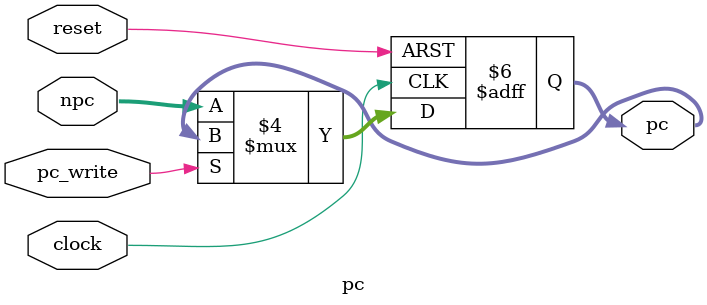
<source format=v>
module pc(pc,clock,reset,npc,pc_write);
output reg [31:0] pc;
input clock;
input reset;
input [31:0] npc;
input pc_write;

always @(posedge clock,negedge reset) begin
    if(~reset)
    begin
      pc<=32'h0000_3000;
      //npc<=32'h0000_3000;
    end
    else if(pc_write)
    begin
      pc<=pc;
    end
    else
    begin
      pc<=npc;
    end
end
endmodule

</source>
